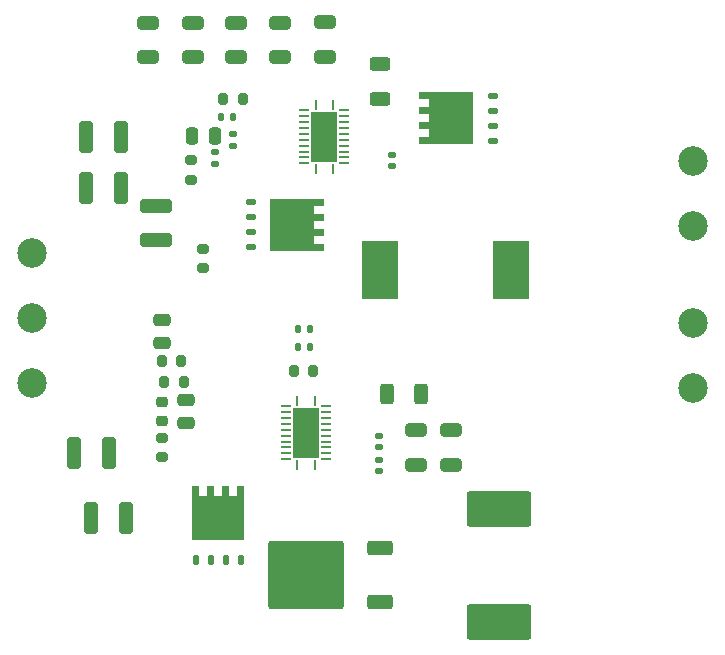
<source format=gbr>
%TF.GenerationSoftware,KiCad,Pcbnew,9.0.4-9.0.4-0~ubuntu24.04.1*%
%TF.CreationDate,2026-01-22T00:02:32-05:00*%
%TF.ProjectId,Mergung 1.18 TRACES,4d657267-756e-4672-9031-2e3138205452,rev?*%
%TF.SameCoordinates,Original*%
%TF.FileFunction,Soldermask,Top*%
%TF.FilePolarity,Negative*%
%FSLAX46Y46*%
G04 Gerber Fmt 4.6, Leading zero omitted, Abs format (unit mm)*
G04 Created by KiCad (PCBNEW 9.0.4-9.0.4-0~ubuntu24.04.1) date 2026-01-22 00:02:32*
%MOMM*%
%LPD*%
G01*
G04 APERTURE LIST*
G04 Aperture macros list*
%AMRoundRect*
0 Rectangle with rounded corners*
0 $1 Rounding radius*
0 $2 $3 $4 $5 $6 $7 $8 $9 X,Y pos of 4 corners*
0 Add a 4 corners polygon primitive as box body*
4,1,4,$2,$3,$4,$5,$6,$7,$8,$9,$2,$3,0*
0 Add four circle primitives for the rounded corners*
1,1,$1+$1,$2,$3*
1,1,$1+$1,$4,$5*
1,1,$1+$1,$6,$7*
1,1,$1+$1,$8,$9*
0 Add four rect primitives between the rounded corners*
20,1,$1+$1,$2,$3,$4,$5,0*
20,1,$1+$1,$4,$5,$6,$7,0*
20,1,$1+$1,$6,$7,$8,$9,0*
20,1,$1+$1,$8,$9,$2,$3,0*%
%AMFreePoly0*
4,1,17,2.675000,1.605000,1.875000,1.605000,1.875000,0.935000,2.675000,0.935000,2.675000,0.335000,1.875000,0.335000,1.875000,-0.335000,2.675000,-0.335000,2.675000,-0.935000,1.875000,-0.935000,1.875000,-1.605000,2.675000,-1.605000,2.675000,-2.205000,-1.875000,-2.205000,-1.875000,2.205000,2.675000,2.205000,2.675000,1.605000,2.675000,1.605000,$1*%
G04 Aperture macros list end*
%ADD10RoundRect,0.135000X0.135000X0.185000X-0.135000X0.185000X-0.135000X-0.185000X0.135000X-0.185000X0*%
%ADD11RoundRect,0.200000X-0.200000X-0.275000X0.200000X-0.275000X0.200000X0.275000X-0.200000X0.275000X0*%
%ADD12RoundRect,0.140000X-0.170000X0.140000X-0.170000X-0.140000X0.170000X-0.140000X0.170000X0.140000X0*%
%ADD13RoundRect,0.250000X0.475000X-0.250000X0.475000X0.250000X-0.475000X0.250000X-0.475000X-0.250000X0*%
%ADD14RoundRect,0.250000X0.325000X1.100000X-0.325000X1.100000X-0.325000X-1.100000X0.325000X-1.100000X0*%
%ADD15RoundRect,0.200000X-0.275000X0.200000X-0.275000X-0.200000X0.275000X-0.200000X0.275000X0.200000X0*%
%ADD16C,2.500000*%
%ADD17RoundRect,0.250000X0.850000X0.350000X-0.850000X0.350000X-0.850000X-0.350000X0.850000X-0.350000X0*%
%ADD18RoundRect,0.249997X2.950003X2.650003X-2.950003X2.650003X-2.950003X-2.650003X2.950003X-2.650003X0*%
%ADD19RoundRect,0.250000X-0.650000X0.325000X-0.650000X-0.325000X0.650000X-0.325000X0.650000X0.325000X0*%
%ADD20FreePoly0,180.000000*%
%ADD21RoundRect,0.125000X0.300000X0.125000X-0.300000X0.125000X-0.300000X-0.125000X0.300000X-0.125000X0*%
%ADD22RoundRect,0.250000X0.625000X-0.312500X0.625000X0.312500X-0.625000X0.312500X-0.625000X-0.312500X0*%
%ADD23RoundRect,0.249999X2.500001X-1.250001X2.500001X1.250001X-2.500001X1.250001X-2.500001X-1.250001X0*%
%ADD24RoundRect,0.250000X-0.250000X-0.475000X0.250000X-0.475000X0.250000X0.475000X-0.250000X0.475000X0*%
%ADD25RoundRect,0.250000X-0.325000X-1.100000X0.325000X-1.100000X0.325000X1.100000X-0.325000X1.100000X0*%
%ADD26RoundRect,0.250000X-0.475000X0.250000X-0.475000X-0.250000X0.475000X-0.250000X0.475000X0.250000X0*%
%ADD27RoundRect,0.135000X-0.185000X0.135000X-0.185000X-0.135000X0.185000X-0.135000X0.185000X0.135000X0*%
%ADD28R,3.100000X5.000000*%
%ADD29RoundRect,0.135000X-0.135000X-0.185000X0.135000X-0.185000X0.135000X0.185000X-0.135000X0.185000X0*%
%ADD30R,0.254000X0.812800*%
%ADD31R,0.812800X0.254000*%
%ADD32R,2.209800X4.191000*%
%ADD33FreePoly0,0.000000*%
%ADD34RoundRect,0.125000X-0.300000X-0.125000X0.300000X-0.125000X0.300000X0.125000X-0.300000X0.125000X0*%
%ADD35RoundRect,0.250000X0.312500X0.625000X-0.312500X0.625000X-0.312500X-0.625000X0.312500X-0.625000X0*%
%ADD36RoundRect,0.225000X0.250000X-0.225000X0.250000X0.225000X-0.250000X0.225000X-0.250000X-0.225000X0*%
%ADD37RoundRect,0.140000X0.170000X-0.140000X0.170000X0.140000X-0.170000X0.140000X-0.170000X-0.140000X0*%
%ADD38RoundRect,0.250000X1.100000X-0.325000X1.100000X0.325000X-1.100000X0.325000X-1.100000X-0.325000X0*%
%ADD39FreePoly0,90.000000*%
%ADD40RoundRect,0.125000X0.125000X-0.300000X0.125000X0.300000X-0.125000X0.300000X-0.125000X-0.300000X0*%
G04 APERTURE END LIST*
D10*
%TO.C,Rfbt1*%
X70510000Y-50000000D03*
X69490000Y-50000000D03*
%TD*%
D11*
%TO.C,Rpg2*%
X69175000Y-52000000D03*
X70825000Y-52000000D03*
%TD*%
D12*
%TO.C,Cvdda2*%
X76403600Y-57540000D03*
X76403600Y-58500000D03*
%TD*%
%TO.C,Cboot2*%
X76403600Y-59540000D03*
X76403600Y-60500000D03*
%TD*%
D10*
%TO.C,Rt2*%
X70510000Y-48500000D03*
X69490000Y-48500000D03*
%TD*%
D13*
%TO.C,Ccomp4*%
X60000000Y-56400000D03*
X60000000Y-54500000D03*
%TD*%
D14*
%TO.C,Cin3*%
X53475000Y-59000000D03*
X50525000Y-59000000D03*
%TD*%
D15*
%TO.C,Rfbb1*%
X58000000Y-57675000D03*
X58000000Y-59325000D03*
%TD*%
D16*
%TO.C,Con2*%
X103000000Y-34250000D03*
X103000000Y-39750000D03*
%TD*%
D11*
%TO.C,Rconfig2*%
X57975000Y-51175000D03*
X59625000Y-51175000D03*
%TD*%
D15*
%TO.C,Rpg1*%
X61500000Y-41675000D03*
X61500000Y-43325000D03*
%TD*%
D17*
%TO.C,M4*%
X76500000Y-71560000D03*
D18*
X70200000Y-69280000D03*
D17*
X76500000Y-67000000D03*
%TD*%
D19*
%TO.C,Cout7*%
X79500000Y-57025000D03*
X79500000Y-59975000D03*
%TD*%
D11*
%TO.C,Rcomp2*%
X58175000Y-52950000D03*
X59825000Y-52950000D03*
%TD*%
D20*
%TO.C,M1*%
X82450000Y-30635000D03*
D21*
X86000000Y-32540000D03*
X86000000Y-31270000D03*
X86000000Y-30000000D03*
X86000000Y-28730000D03*
%TD*%
D22*
%TO.C,Rsense1*%
X76500000Y-28962500D03*
X76500000Y-26037500D03*
%TD*%
D23*
%TO.C,L2*%
X86500000Y-73250000D03*
X86500000Y-63750000D03*
%TD*%
D15*
%TO.C,Rcomp1*%
X60500000Y-34175000D03*
X60500000Y-35825000D03*
%TD*%
D24*
%TO.C,Ccomp1*%
X60550000Y-32100000D03*
X62450000Y-32100000D03*
%TD*%
D25*
%TO.C,Cin1*%
X51550000Y-32250000D03*
X54500000Y-32250000D03*
%TD*%
D19*
%TO.C,Cout2*%
X68000000Y-22525000D03*
X68000000Y-25475000D03*
%TD*%
D11*
%TO.C,Rconfig1*%
X63175000Y-29000000D03*
X64825000Y-29000000D03*
%TD*%
D26*
%TO.C,Ccomp2*%
X58000000Y-47725000D03*
X58000000Y-49625000D03*
%TD*%
D27*
%TO.C,Rvdda1*%
X64000000Y-31990000D03*
X64000000Y-33010000D03*
%TD*%
D16*
%TO.C,Con1*%
X47000000Y-42000000D03*
X47000000Y-47500000D03*
X47000000Y-53000000D03*
%TD*%
%TO.C,Con3*%
X103000000Y-48000000D03*
X103000000Y-53500000D03*
%TD*%
D28*
%TO.C,L1*%
X87550000Y-43500000D03*
X76450000Y-43500000D03*
%TD*%
D19*
%TO.C,Cout6-7*%
X82500000Y-57025000D03*
X82500000Y-59975000D03*
%TD*%
%TO.C,Cout3*%
X64300000Y-22525000D03*
X64300000Y-25475000D03*
%TD*%
%TO.C,Cout4*%
X60650000Y-22525000D03*
X60650000Y-25475000D03*
%TD*%
D29*
%TO.C,Rt1*%
X62990000Y-30500000D03*
X64010000Y-30500000D03*
%TD*%
D30*
%TO.C,U1*%
X70999999Y-29500000D03*
D31*
X70048200Y-29942399D03*
X70048200Y-30442401D03*
X70048200Y-30942400D03*
X70048200Y-31442399D03*
X70048200Y-31942400D03*
X70048200Y-32442400D03*
X70048200Y-32942401D03*
X70048200Y-33442400D03*
X70048200Y-33942399D03*
X70048200Y-34442401D03*
D30*
X70999999Y-34884800D03*
X72500001Y-34884800D03*
D31*
X73451800Y-34442401D03*
X73451800Y-33942399D03*
X73451800Y-33442400D03*
X73451800Y-32942401D03*
X73451800Y-32442400D03*
X73451800Y-31942400D03*
X73451800Y-31442399D03*
X73451800Y-30942400D03*
X73451800Y-30442401D03*
X73451800Y-29942399D03*
D30*
X72500001Y-29500000D03*
D32*
X71750000Y-32192400D03*
%TD*%
D33*
%TO.C,M2*%
X69050000Y-39635000D03*
D34*
X65500000Y-37730000D03*
X65500000Y-39000000D03*
X65500000Y-40270000D03*
X65500000Y-41540000D03*
%TD*%
D30*
%TO.C,U2*%
X69451799Y-54557600D03*
D31*
X68500000Y-54999999D03*
X68500000Y-55500001D03*
X68500000Y-56000000D03*
X68500000Y-56499999D03*
X68500000Y-57000000D03*
X68500000Y-57500000D03*
X68500000Y-58000001D03*
X68500000Y-58500000D03*
X68500000Y-58999999D03*
X68500000Y-59500001D03*
D30*
X69451799Y-59942400D03*
X70951801Y-59942400D03*
D31*
X71903600Y-59500001D03*
X71903600Y-58999999D03*
X71903600Y-58500000D03*
X71903600Y-58000001D03*
X71903600Y-57500000D03*
X71903600Y-57000000D03*
X71903600Y-56499999D03*
X71903600Y-56000000D03*
X71903600Y-55500001D03*
X71903600Y-54999999D03*
D30*
X70951801Y-54557600D03*
D32*
X70201800Y-57250000D03*
%TD*%
D35*
%TO.C,Rsense2*%
X79962500Y-54000000D03*
X77037500Y-54000000D03*
%TD*%
D36*
%TO.C,Ccomp3*%
X58000000Y-56225000D03*
X58000000Y-54675000D03*
%TD*%
D25*
%TO.C,Cin2*%
X51550000Y-36500000D03*
X54500000Y-36500000D03*
%TD*%
D37*
%TO.C,Cvdda1*%
X62500000Y-34480000D03*
X62500000Y-33520000D03*
%TD*%
D38*
%TO.C,Cvcc1*%
X57500000Y-40975000D03*
X57500000Y-38025000D03*
%TD*%
D19*
%TO.C,Cout5*%
X56800000Y-22525000D03*
X56800000Y-25475000D03*
%TD*%
%TO.C,Cout1 - 5*%
X71800000Y-22500000D03*
X71800000Y-25450000D03*
%TD*%
D39*
%TO.C,M3*%
X62768600Y-64450000D03*
D40*
X60863600Y-68000000D03*
X62133600Y-68000000D03*
X63403600Y-68000000D03*
X64673600Y-68000000D03*
%TD*%
D25*
%TO.C,Cvcc2*%
X52025000Y-64500000D03*
X54975000Y-64500000D03*
%TD*%
D12*
%TO.C,Cboot1*%
X77500000Y-33720000D03*
X77500000Y-34680000D03*
%TD*%
M02*

</source>
